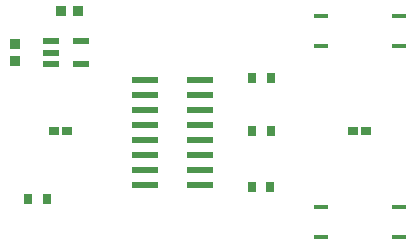
<source format=gbr>
%TF.GenerationSoftware,KiCad,Pcbnew,8.0.1*%
%TF.CreationDate,2024-04-22T12:52:14-04:00*%
%TF.ProjectId,QATCH_MUX_PCB_tester_1x1,51415443-485f-44d5-9558-5f5043425f74,1*%
%TF.SameCoordinates,Original*%
%TF.FileFunction,Paste,Top*%
%TF.FilePolarity,Positive*%
%FSLAX46Y46*%
G04 Gerber Fmt 4.6, Leading zero omitted, Abs format (unit mm)*
G04 Created by KiCad (PCBNEW 8.0.1) date 2024-04-22 12:52:14*
%MOMM*%
%LPD*%
G01*
G04 APERTURE LIST*
%ADD10R,1.219200X0.457200*%
%ADD11R,0.965200X0.914400*%
%ADD12R,1.320800X0.508000*%
%ADD13R,0.965200X0.762000*%
%ADD14R,0.762000X0.812800*%
%ADD15R,2.184400X0.558800*%
%ADD16R,0.914400X0.965200*%
G04 APERTURE END LIST*
D10*
%TO.C,K1*%
X150030000Y-89930000D03*
X150030000Y-92470000D03*
X156634000Y-92470000D03*
X156634000Y-89930000D03*
%TD*%
D11*
%TO.C,C2*%
X127999100Y-89560000D03*
X129446900Y-89560000D03*
%TD*%
D12*
%TO.C,U2*%
X127139200Y-92119999D03*
X127139200Y-93070000D03*
X127139200Y-94020001D03*
X129730000Y-94020001D03*
X129730000Y-92119999D03*
%TD*%
D13*
%TO.C,LED2*%
X127407800Y-99750000D03*
X128500000Y-99750000D03*
%TD*%
D14*
%TO.C,R2*%
X144150600Y-104420000D03*
X145700000Y-104420000D03*
%TD*%
D15*
%TO.C,U1*%
X135080000Y-95360000D03*
X135080000Y-96630000D03*
X135080000Y-97900000D03*
X135080000Y-99170000D03*
X135080000Y-100440000D03*
X135080000Y-101710000D03*
X135080000Y-102980000D03*
X135080000Y-104250000D03*
X139804400Y-104250000D03*
X139804400Y-102980000D03*
X139804400Y-101710000D03*
X139804400Y-100440000D03*
X139804400Y-99170000D03*
X139804400Y-97900000D03*
X139804400Y-96630000D03*
X139804400Y-95360000D03*
%TD*%
D16*
%TO.C,C1*%
X124130000Y-93790000D03*
X124130000Y-92342200D03*
%TD*%
D14*
%TO.C,R4*%
X125225300Y-105500000D03*
X126774700Y-105500000D03*
%TD*%
%TO.C,R3*%
X144200600Y-99750000D03*
X145750000Y-99750000D03*
%TD*%
D10*
%TO.C,K2*%
X150002000Y-106180000D03*
X150002000Y-108720000D03*
X156606000Y-108720000D03*
X156606000Y-106180000D03*
%TD*%
D13*
%TO.C,LED1*%
X152750000Y-99750000D03*
X153842200Y-99750000D03*
%TD*%
D14*
%TO.C,R1*%
X144200000Y-95180000D03*
X145749400Y-95180000D03*
%TD*%
M02*

</source>
